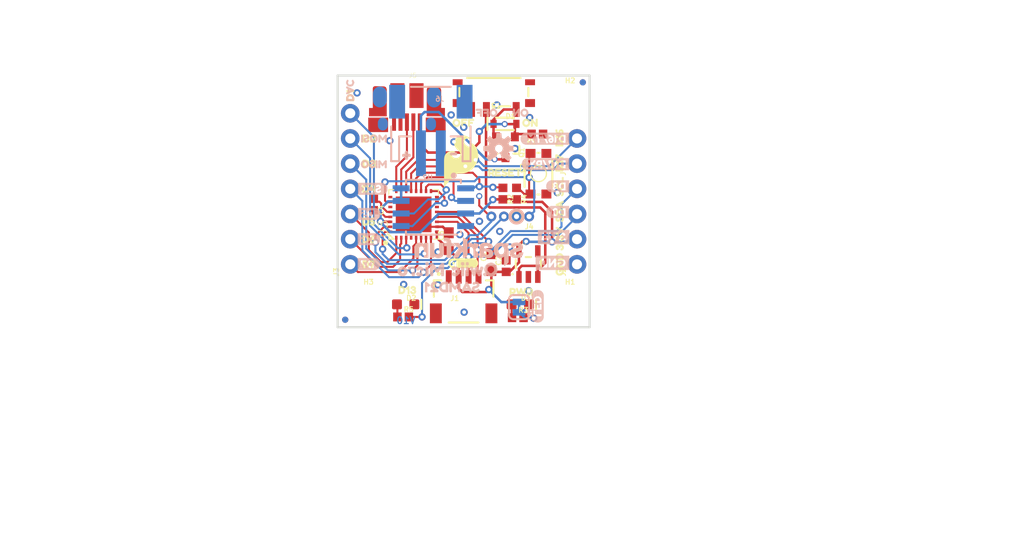
<source format=kicad_pcb>
(kicad_pcb (version 20211014) (generator pcbnew)
  (layers (0 "F.Cu" signal) (1 "In1.Cu" signal) (2 "In2.Cu" signal) (31 "B.Cu" signal) (34 "B.Paste" user) (35 "F.Paste" user) (36 "B.SilkS" user "B.Silkscreen") (37 "F.SilkS" user "F.Silkscreen") (38 "B.Mask" user) (39 "F.Mask" user) (44 "Edge.Cuts" user))
  (net 0 "")
  (net 1 "GND")
  (net 2 "DAC")
  (net 3 "~{RESET}")
  (net 4 "SWDIO")
  (net 5 "SWCLK")
  (net 6 "D+")
  (net 7 "D-")
  (net 8 "SCL")
  (net 9 "SDA")
  (net 10 "RX")
  (net 11 "TX")
  (net 12 "D7")
  (net 13 "3.3V")
  (net 14 "MOSI")
  (net 15 "MISO")
  (net 16 "SCK")
  (net 17 "FLASH_MOSI")
  (net 18 "FLASH_SCK")
  (net 19 "FLASH_MISO")
  (net 20 "VIN")
  (net 21 "D5")
  (net 22 "FLASH_CS")
  (net 23 "VDDCORE")
  (net 24 "D13")
  (net 25 "VIN1")
  (net 26 "V_BATT")
  (net 27 "V_USB")
  (net 28 "N$1")
  (net 29 "N$2")
  (net 30 "N$4")
  (net 31 "D6")
  (footprint "boardEagle:0402" (layer "F.Cu") (at 152.7937 111.5314 90)
    (fp_text reference "C2")
    (fp_text value "1.0uF")
  )
  (footprint "boardEagle:CREATIVE_COMMONS" (layer "F.Cu") (at 122.0851 137.7696)
    (fp_text reference "FRAME1" hide)
    (fp_text value "FRAME-LETTER" hide)
  )
  (footprint "boardEagle:SDA9" (layer "F.Cu") (at 158.1785 107.7722 90)
    (fp_text reference "U$50" hide)
    (fp_text value "" hide)
  )
  (footprint "boardEagle:D12" (layer "F.Cu") (at 137.0711 95.6056 90)
    (fp_text reference "U$6" hide)
    (fp_text value "" hide)
  )
  (footprint "boardEagle:1X04_NO_SILK" (layer "F.Cu") (at 159.9311 111.3536 90)
    (fp_text reference "J2")
    (fp_text value "")
  )
  (footprint "boardEagle:SCL8" (layer "F.Cu") (at 158.1785 105.1814 90)
    (fp_text reference "U$49" hide)
    (fp_text value "" hide)
  )
  (footprint "boardEagle:FIDUCIAL-MICRO" (layer "F.Cu") (at 136.5631 116.9416)
    (fp_text reference "FD2" hide)
    (fp_text value "FIDUCIALUFIDUCIAL" hide)
  )
  (footprint "boardEagle:QFN-32_SAMD" (layer "F.Cu") (at 143.4211 106.2736 90)
    (fp_text reference "U3")
    (fp_text value "ATSAMD21E18A-U")
  )
  (footprint "boardEagle:LED-0603" (layer "F.Cu") (at 154.2161 115.3922)
    (fp_text reference "D3")
    (fp_text value "RED")
  )
  (footprint "boardEagle:D21" (layer "F.Cu") (at 137.5791 98.6536)
    (fp_text reference "U$28" hide)
    (fp_text value "" hide)
  )
  (footprint "boardEagle:D41" (layer "F.Cu") (at 137.5791 103.7336)
    (fp_text reference "U$37" hide)
    (fp_text value "" hide)
  )
  (footprint "boardEagle:0603" (layer "F.Cu") (at 147.0025 109.0168 90)
    (fp_text reference "C3")
    (fp_text value "10uF")
  )
  (footprint "boardEagle:D177" (layer "F.Cu") (at 158.1531 102.7176 90)
    (fp_text reference "U$8" hide)
    (fp_text value "" hide)
  )
  (footprint "boardEagle:0603" (layer "F.Cu") (at 151.2951 111.125 90)
    (fp_text reference "C1")
    (fp_text value "10uF")
  )
  (footprint "boardEagle:SOD-323" (layer "F.Cu") (at 152.6667 97.1804)
    (fp_text reference "D1")
    (fp_text value "1A/23V/620mV")
  )
  (footprint "boardEagle:0402" (layer "F.Cu") (at 142.4051 116.6622)
    (fp_text reference "R5")
    (fp_text value "1K")
  )
  (footprint "boardEagle:3#3V10" (layer "F.Cu") (at 158.1785 110.6424 90)
    (fp_text reference "U$5" hide)
    (fp_text value "" hide)
  )
  (footprint "boardEagle:STAND-OFF" (layer "F.Cu") (at 158.6611 94.8436)
    (fp_text reference "H2")
    (fp_text value "STAND-OFF")
  )
  (footprint "boardEagle:D166" (layer "F.Cu") (at 158.1531 100.1776 90)
    (fp_text reference "U$7" hide)
    (fp_text value "" hide)
  )
  (footprint "boardEagle:TP_15TH" (layer "F.Cu") (at 151.6253 100.7618)
    (fp_text reference "TP2" hide)
    (fp_text value "TEST-POINTTP_15TH_THRU" hide)
  )
  (footprint "boardEagle:0402" (layer "F.Cu") (at 152.4635 104.2162 -90)
    (fp_text reference "R2")
    (fp_text value "10k")
  )
  (footprint "boardEagle:FIDUCIAL-MICRO" (layer "F.Cu") (at 160.5153 92.9894)
    (fp_text reference "FD3" hide)
    (fp_text value "FIDUCIALUFIDUCIAL" hide)
  )
  (footprint "boardEagle:TACTILE_SWITCH_SMD_4.6X2.8MM" (layer "F.Cu") (at 156.0449 102.2096 90)
    (fp_text reference "S2")
    (fp_text value "MOMENTARY-SWITCH-SPST-SMD-4.6X2.8MM")
  )
  (footprint "boardEagle:JST04_1MM_RA" (layer "F.Cu") (at 148.5011 112.6236)
    (fp_text reference "J1")
    (fp_text value "QWIIC_RIGHT_ANGLE")
  )
  (footprint "boardEagle:D136" (layer "F.Cu") (at 141.2113 113.9444)
    (fp_text reference "U$29" hide)
    (fp_text value "" hide)
  )
  (footprint "boardEagle:D52" (layer "F.Cu") (at 137.5918 107.0356)
    (fp_text reference "U$38" hide)
    (fp_text value "" hide)
  )
  (footprint "boardEagle:D75" (layer "F.Cu") (at 137.5791 111.3536)
    (fp_text reference "U$12" hide)
    (fp_text value "" hide)
  )
  (footprint "boardEagle:ON12" (layer "F.Cu") (at 153.7208 97.0661)
    (fp_text reference "U$46" hide)
    (fp_text value "" hide)
  )
  (footprint "boardEagle:D33" (layer "F.Cu") (at 137.5791 101.1936)
    (fp_text reference "U$36" hide)
    (fp_text value "" hide)
  )
  (footprint "boardEagle:SFE_LOGO_FLAME_.2" (layer "F.Cu") (at 148.2471 100.9396)
    (fp_text reference "LOGO2" hide)
    (fp_text value "SFE_LOGO_FLAME.2_INCH" hide)
  )
  (footprint "boardEagle:SOT23-3" (layer "F.Cu") (at 152.7175 99.4918 180)
    (fp_text reference "Q1")
    (fp_text value "3.1A/30V/105mΩ")
  )
  (footprint "boardEagle:RESET0" (layer "F.Cu") (at 150.2537 102.0826)
    (fp_text reference "U$21" hide)
    (fp_text value "" hide)
  )
  (footprint "boardEagle:LED-0603" (layer "F.Cu") (at 142.6591 115.3922)
    (fp_text reference "D2")
    (fp_text value "BLUE")
  )
  (footprint "boardEagle:PWR16" (layer "F.Cu") (at 152.4381 114.1349)
    (fp_text reference "U$47" hide)
    (fp_text value "" hide)
  )
  (footprint "boardEagle:QWIIC_3MM" (layer "F.Cu") (at 148.463 111.2393)
    (fp_text reference "LOGO4" hide)
    (fp_text value "QWIIC_LOGO_3MM" hide)
  )
  (footprint "boardEagle:0402" (layer "F.Cu") (at 155.9306 98.2091 180)
    (fp_text reference "R1")
    (fp_text value "10k")
  )
  (footprint "boardEagle:OFF13" (layer "F.Cu") (at 146.685 97.0788)
    (fp_text reference "U$45" hide)
    (fp_text value "" hide)
  )
  (footprint "boardEagle:1X07_NO_SILK" (layer "F.Cu") (at 137.0711 111.3536 90)
    (fp_text reference "J3")
    (fp_text value "")
  )
  (footprint "boardEagle:1X04_1.27MM_NO_SILK" (layer "F.Cu") (at 155.1051 106.5276 180)
    (fp_text reference "J4")
    (fp_text value "")
  )
  (footprint "boardEagle:SWITCH_SPST_SMD_A" (layer "F.Cu") (at 151.5491 93.98)
    (fp_text reference "S1")
    (fp_text value "")
  )
  (footprint "boardEagle:1X02_NO_SILK" (layer "F.Cu") (at 159.9311 101.1936 90)
    (fp_text reference "J7")
    (fp_text value "")
  )
  (footprint "boardEagle:D65" (layer "F.Cu") (at 137.5791 108.8136)
    (fp_text reference "U$39" hide)
    (fp_text value "" hide)
  )
  (footprint "boardEagle:0402" (layer "F.Cu") (at 153.9621 116.7384)
    (fp_text reference "R3")
    (fp_text value "1K")
  )
  (footprint "boardEagle:STAND-OFF" (layer "F.Cu") (at 138.3411 115.1636)
    (fp_text reference "H3")
    (fp_text value "STAND-OFF")
  )
  (footprint "boardEagle:STAND-OFF" (layer "F.Cu") (at 158.6611 115.1636)
    (fp_text reference "H1")
    (fp_text value "STAND-OFF")
  )
  (footprint "boardEagle:TP_15TH" (layer "F.Cu") (at 150.0759 104.4702)
    (fp_text reference "TP3" hide)
    (fp_text value "TEST-POINTTP_15TH_THRU" hide)
  )
  (footprint "boardEagle:0402" (layer "F.Cu") (at 153.8351 104.2162 -90)
    (fp_text reference "R4")
    (fp_text value "10k")
  )
  (footprint "boardEagle:GND11" (layer "F.Cu") (at 158.1785 113.1824 90)
    (fp_text reference "U$44" hide)
    (fp_text value "" hide)
  )
  (footprint "boardEagle:USB-MICROB-PTH-MILL" (layer "F.Cu") (at 142.7861 97.0026 180)
    (fp_text reference "J5")
    (fp_text value "")
  )
  (footprint "boardEagle:TP_15TH" (layer "F.Cu") (at 152.6413 97.2058)
    (fp_text reference "TP1" hide)
    (fp_text value "TEST-POINTTP_15TH_THRU" hide)
  )
  (footprint "boardEagle:SOT23-5" (layer "F.Cu") (at 155.0289 111.3282)
    (fp_text reference "U1")
    (fp_text value "3.3V")
  )
  (footprint "boardEagle:0402" (layer "F.Cu") (at 139.428218 105.316022 -90)
    (fp_text reference "C4")
    (fp_text value "1.0uF")
  )
  (footprint "boardEagle:D85" (layer "B.Cu") (at 159.4993 103.4796 180)
    (fp_text reference "U$22" hide)
    (fp_text value "" hide)
  )
  (footprint "boardEagle:MISO0" (layer "B.Cu") (at 141.478 101.2444 180)
    (fp_text reference "U$14" hide)
    (fp_text value "" hide)
  )
  (footprint "boardEagle:#23" (layer "B.Cu") (at 149.0091 99.9236 180)
    (fp_text reference "U$3" hide)
    (fp_text value "" hide)
  )
  (footprint "boardEagle:SAMD213" (layer "B.Cu") (at 151.0411 113.6396 180)
    (fp_text reference "U$15" hide)
    (fp_text value "" hide)
  )
  (footprint "boardEagle:ON12" (layer "B.Cu") (at 155.7274 96.0501 180)
    (fp_text reference "U$18" hide)
    (fp_text value "" hide)
  )
  (footprint "boardEagle:DAC1" (layer "B.Cu") (at 137.0711 95.6056 90)
    (fp_text reference "U$13" hide)
    (fp_text value "" hide)
  )
  (footprint "boardEagle:JST-2-SMD" (layer "B.Cu") (at 145.1991 96.4438 180)
    (fp_text reference "J6")
    (fp_text value "")
  )
  (footprint "boardEagle:SOIC-8" (layer "B.Cu") (at 145.4531 105.5878 -90)
    (fp_text reference "U2")
    (fp_text value "W25Q32FV")
  )
  (footprint "boardEagle:QWIIC2" (layer "B.Cu") (at 153.0731 111.8616 180)
    (fp_text reference "U$10" hide)
    (fp_text value "" hide)
  )
  (footprint "boardEagle:SMT-JUMPER_2_NC_TRACE_SILK" (layer "B.Cu") (at 154.0891 115.6716 90)
    (fp_text reference "JP1")
    (fp_text value "LED")
  )
  (footprint "boardEagle:OFF13" (layer "B.Cu") (at 152.6032 96.0628 180)
    (fp_text reference "U$19" hide)
    (fp_text value "" hide)
  )
  (footprint "boardEagle:D17#RX3" (layer "B.Cu") (at 159.4993 101.2444 180)
    (fp_text reference "U$11" hide)
    (fp_text value "" hide)
  )
  (footprint "boardEagle:3V3-03" (layer "B.Cu") (at 159.6263 108.6104 180)
    (fp_text reference "U$17" hide)
    (fp_text value "" hide)
  )
  (footprint "boardEagle:D61" (layer "B.Cu") (at 140.1699 108.8136 180)
    (fp_text reference "U$26" hide)
    (fp_text value "" hide)
  )
  (footprint "boardEagle:SFE_LOGO_NAME_.1" (layer "B.Cu") (at 149.0091 110.0836 180)
    (fp_text reference "LOGO1" hide)
    (fp_text value "SFE_LOGO_NAME.1_INCH" hide)
  )
  (footprint "boardEagle:D50" (layer "B.Cu") (at 140.1699 106.2736 180)
    (fp_text reference "U$25" hide)
    (fp_text value "" hide)
  )
  (footprint "boardEagle:FIDUCIAL-MICRO" (layer "B.Cu") (at 136.5631 116.9416 180)
    (fp_text reference "FD4" hide)
    (fp_text value "FIDUCIALUFIDUCIAL" hide)
  )
  (footprint "boardEagle:FIDUCIAL-MICRO" (layer "B.Cu") (at 160.5153 92.9894 180)
    (fp_text reference "FD1" hide)
    (fp_text value "FIDUCIALUFIDUCIAL" hide)
  )
  (footprint "boardEagle:D00" (layer "B.Cu") (at 159.5247 106.0704 180)
    (fp_text reference "U$1" hide)
    (fp_text value "" hide)
  )
  (footprint "boardEagle:OSHW-LOGO-S" (layer "B.Cu") (at 152.0571 99.6696 180)
    (fp_text reference "LOGO3" hide)
    (fp_text value "OSHW-LOGOS" hide)
  )
  (footprint "boardEagle:MICRO2" (layer "B.Cu") (at 147.7391 111.8616 180)
    (fp_text reference "U$23" hide)
    (fp_text value "" hide)
  )
  (footprint "boardEagle:D72" (layer "B.Cu") (at 140.1699 111.3282 180)
    (fp_text reference "U$27" hide)
    (fp_text value "" hide)
  )
  (footprint "boardEagle:LED1" (layer "B.Cu") (at 155.9687 117.3099 90)
    (fp_text reference "U$24" hide)
    (fp_text value "" hide)
  )
  (footprint "boardEagle:#24" (layer "B.Cu") (at 144.3101 100.1776 180)
    (fp_text reference "U$4" hide)
    (fp_text value "" hide)
  )
  (footprint "boardEagle:D16#TX4" (layer "B.Cu") (at 159.4993 98.679 180)
    (fp_text reference "U$9" hide)
    (fp_text value "" hide)
  )
  (footprint "boardEagle:MOSI2" (layer "B.Cu") (at 141.4907 98.6536 180)
    (fp_text reference "U$16" hide)
    (fp_text value "" hide)
  )
  (footprint "boardEagle:SCK7" (layer "B.Cu") (at 141.0335 103.7336 180)
    (fp_text reference "U$20" hide)
    (fp_text value "" hide)
  )
  (footprint "boardEagle:GND-03" (layer "B.Cu") (at 159.5755 111.2012 180)
    (fp_text reference "U$2" hide)
    (fp_text value "" hide)
  )
  (gr_circle (center 153.8351 106.5276) (end 154.4955 106.5276) (layer "B.SilkS") (width 0.3048) (fill none))
  (gr_circle (center 153.8351 106.5276) (end 154.478175 106.5276) (layer "F.SilkS") (width 0.3048) (fill none))
  (gr_line (start 135.8011 92.3036) (end 135.8011 117.7036) (layer "Edge.Cuts") (width 0.2032))
  (gr_line (start 161.2011 117.7036) (end 161.2011 92.3036) (layer "Edge.Cuts") (width 0.2032))
  (gr_line (start 161.2011 92.3036) (end 135.8011 92.3036) (layer "Edge.Cuts") (width 0.2032))
  (gr_line (start 135.8011 117.7036) (end 161.2011 117.7036) (layer "Edge.Cuts") (width 0.2032))
  (gr_text "V10" (at 143.7259 117.4242) (layer "B.Cu") (effects (font (size 0.69088 0.69088) (thickness 0.12192)) (justify left bottom mirror)))
  (segment (start 139.726278 105.034082) (end 140.014959 105.034082) (width 0.2032) (layer "F.Cu") (net 1))
  (segment (start 141.1111 106.0636) (end 140.7854 106.0636) (width 0.2032) (layer "F.Cu") (net 1))
  (segment (start 146.3993 107.5636) (end 145.8111 107.5636) (width 0.254) (layer "F.Cu") (net 1))
  (segment (start 142.1471 106.3136) (end 141.8971 106.0636) (width 0.2032) (layer "F.Cu") (net 1))
  (segment (start 143.4611 106.3136) (end 142.1471 106.3136) (width 0.2032) (layer "F.Cu") (net 1))
  (segment (start 139.428218 104.736022) (end 139.726278 105.034082) (width 0.254) (layer "F.Cu") (net 1))
  (segment (start 143.4611 106.3136) (end 143.9491 106.3136) (width 0.2032) (layer "F.Cu") (net 1))
  (segment (start 145.1991 107.5636) (end 145.8111 107.5636) (width 0.2032) (layer "F.Cu") (net 1))
  (segment (start 140.7854 106.0636) (end 140.190218 105.468419) (width 0.2032) (layer "F.Cu") (net 1))
  (segment (start 141.8971 106.0636) (end 141.1111 106.0636) (width 0.2032) (layer "F.Cu") (net 1))
  (segment (start 140.014959 105.034082) (end 140.190218 105.209341) (width 0.2032) (layer "F.Cu") (net 1))
  (segment (start 143.9491 106.3136) (end 145.1991 107.5636) (width 0.2032) (layer "F.Cu") (net 1))
  (segment (start 140.190218 105.209341) (end 140.190218 105.468419) (width 0.2032) (layer "F.Cu") (net 1))
  (segment (start 147.0025 108.1668) (end 146.3993 107.5636) (width 0.254) (layer "F.Cu") (net 1))
  (via (at 141.0589 98.8822) (size 0.7366) (drill 0.381) (layers "F.Cu" "B.Cu") (net 1))
  (via (at 155.067 114.0206) (size 0.7366) (drill 0.381) (layers "F.Cu" "B.Cu") (net 1))
  (via (at 148.5138 97.5233) (size 0.7366) (drill 0.381) (layers "F.Cu" "B.Cu") (net 1))
  (via (at 153.6954 99.6696) (size 0.7366) (drill 0.381) (layers "F.Cu" "B.Cu") (net 1))
  (via (at 148.5519 116.1796) (size 0.7366) (drill 0.381) (layers "F.Cu" "B.Cu") (net 1))
  (via (at 157.9499 104.1146) (size 0.7366) (drill 0.381) (layers "F.Cu" "B.Cu") (net 1))
  (via (at 147.2438 96.2787) (size 0.7366) (drill 0.381) (layers "F.Cu" "B.Cu") (net 1))
  (via (at 147.5232 98.9965) (size 0.7366) (drill 0.381) (layers "F.Cu" "B.Cu") (net 1))
  (via (at 151.8539 95.2754) (size 0.7366) (drill 0.381) (layers "F.Cu" "B.Cu") (net 1))
  (via (at 137.7569 94.0562) (size 0.7366) (drill 0.381) (layers "F.Cu" "B.Cu") (net 1))
  (via (at 150.1013 107.0102) (size 0.7366) (drill 0.381) (layers "F.Cu" "B.Cu") (net 1))
  (via (at 142.4559 113.3856) (size 0.7366) (drill 0.381) (layers "F.Cu" "B.Cu") (net 1))
  (via (at 152.146 108.0262) (size 0.7366) (drill 0.381) (layers "F.Cu" "B.Cu") (net 1))
  (via (at 145.9103 113.411) (size 0.7366) (drill 0.381) (layers "F.Cu" "B.Cu") (net 1))
  (via (at 148.1201 108.3564) (size 0.7366) (drill 0.381) (layers "F.Cu" "B.Cu") (net 1))
  (via (at 155.1559 96.5454) (size 0.7366) (drill 0.381) (layers "F.Cu" "B.Cu") (net 1))
  (via (at 145.9103 110.109) (size 0.7366) (drill 0.381) (layers "F.Cu" "B.Cu") (net 1))
  (via (at 153.1366 109.601) (size 0.7366) (drill 0.381) (layers "F.Cu" "B.Cu") (net 1))
  (segment (start 142.7734 109.6899) (end 142.7111 109.6276) (width 0.2032) (layer "F.Cu") (net 2))
  (segment (start 142.7111 108.6636) (end 142.7111 109.6276) (width 0.2032) (layer "F.Cu") (net 2))
  (via (at 142.7734 109.6899) (size 0.7366) (drill 0.381) (layers "F.Cu" "B.Cu") (net 2))
  (segment (start 142.748 109.7153) (end 142.7734 109.6899) (width 0.2032) (layer "B.Cu") (net 2))
  (segment (start 139.4587 98.5012) (end 137.0711 96.1136) (width 0.2032) (layer "B.Cu") (net 2))
  (segment (start 141.873287 109.7153) (end 142.748 109.7153) (width 0.2032) (layer "B.Cu") (net 2))
  (segment (start 139.4587 107.300713) (end 139.4587 98.5012) (width 0.2032) (layer "B.Cu") (net 2))
  (segment (start 139.4587 107.300713) (end 141.873287 109.7153) (width 0.2032) (layer "B.Cu") (net 2))
  (segment (start 154.2659 103.9156) (end 154.1145 103.9156) (width 0.2032) (layer "F.Cu") (net 3))
  (segment (start 140.5763 104.9274) (end 140.7125 105.0636) (width 0.2032) (layer "F.Cu") (net 3))
  (segment (start 154.6099 104.2596) (end 155.2449 104.2596) (width 0.2032) (layer "F.Cu") (net 3))
  (segment (start 155.1051 102.5906) (end 155.1051 104.1198) (width 0.2032) (layer "F.Cu") (net 3))
  (segment (start 155.1051 100.2994) (end 155.2449 100.1596) (width 0.2032) (layer "F.Cu") (net 3))
  (segment (start 140.5763 104.9274) (end 140.5763 103.0478) (width 0.2032) (layer "F.Cu") (net 3))
  (segment (start 140.7125 105.0636) (end 141.1111 105.0636) (width 0.2032) (layer "F.Cu") (net 3))
  (segment (start 155.1051 102.5906) (end 155.1051 100.2994) (width 0.2032) (layer "F.Cu") (net 3))
  (segment (start 155.1051 104.1198) (end 155.2449 104.2596) (width 0.2032) (layer "F.Cu") (net 3))
  (segment (start 154.6099 104.2596) (end 154.2659 103.9156) (width 0.2032) (layer "F.Cu") (net 3))
  (segment (start 153.8351 103.6362) (end 154.1145 103.9156) (width 0.2032) (layer "F.Cu") (net 3))
  (via (at 155.1051 102.5906) (size 0.7366) (drill 0.381) (layers "F.Cu" "B.Cu") (net 3))
  (via (at 140.5763 103.0478) (size 0.7366) (drill 0.381) (layers "F.Cu" "B.Cu") (net 3))
  (segment (start 149.606 102.9716) (end 150.0251 102.5525) (width 0.2032) (layer "B.Cu") (net 3))
  (segment (start 155.1051 102.5906) (end 155.067 102.5525) (width 0.2032) (layer "B.Cu") (net 3))
  (segment (start 155.2575 102.5906) (end 155.1051 102.5906) (width 0.2032) (layer "B.Cu") (net 3))
  (segment (start 155.1051 106.5276) (end 155.6131 106.0196) (width 0.2032) (layer "B.Cu") (net 3))
  (segment (start 155.6131 106.0196) (end 155.6131 102.9462) (width 0.2032) (layer "B.Cu") (net 3))
  (segment (start 155.067 102.5525) (end 150.0251 102.5525) (width 0.2032) (layer "B.Cu") (net 3))
  (segment (start 140.6525 102.9716) (end 149.606 102.9716) (width 0.2032) (layer "B.Cu") (net 3))
  (segment (start 155.6131 102.9462) (end 155.2575 102.5906) (width 0.2032) (layer "B.Cu") (net 3))
  (segment (start 140.5763 103.0478) (end 140.6525 102.9716) (width 0.2032) (layer "B.Cu") (net 3))
  (segment (start 140.335 108.3437) (end 140.6151 108.0636) (width 0.2032) (layer "F.Cu") (net 4))
  (segment (start 140.6151 108.0636) (end 141.1111 108.0636) (width 0.2032) (layer "F.Cu") (net 4))
  (segment (start 151.2951 106.5276) (end 151.1808 106.5276) (width 0.2032) (layer "F.Cu") (net 4))
  (segment (start 151.1808 106.5276) (end 150.0759 105.4227) (width 0.2032) (layer "F.Cu") (net 4))
  (segment (start 140.335 108.3437) (end 140.335 109.8169) (width 0.2032) (layer "F.Cu") (net 4))
  (segment (start 150.0759 104.4702) (end 150.0759 105.4227) (width 0.2032) (layer "F.Cu") (net 4))
  (via (at 140.335 109.8169) (size 0.7366) (drill 0.381) (layers "F.Cu" "B.Cu") (net 4))
  (segment (start 149.9235 108.4072) (end 149.1234 108.4072) (width 0.2032) (layer "B.Cu") (net 4))
  (segment (start 140.9573 110.9218) (end 146.6088 110.9218) (width 0.2032) (layer "B.Cu") (net 4))
  (segment (start 151.2951 107.0356) (end 151.2951 106.5276) (width 0.2032) (layer "B.Cu") (net 4))
  (segment (start 149.9235 108.4072) (end 151.2951 107.0356) (width 0.2032) (layer "B.Cu") (net 4))
  (segment (start 140.335 110.2995) (end 140.9573 110.9218) (width 0.2032) (layer "B.Cu") (net 4))
  (segment (start 149.1234 108.4072) (end 146.6088 110.9218) (width 0.2032) (layer "B.Cu") (net 4))
  (segment (start 140.335 109.8169) (end 140.335 110.2995) (width 0.2032) (layer "B.Cu") (net 4))
  (segment (start 139.6111 108.4326) (end 140.4801 107.5636) (width 0.2032) (layer "F.Cu") (net 5))
  (segment (start 139.6111 108.4326) (end 139.6111 109.1438) (width 0.2032) (layer "F.Cu") (net 5))
  (segment (start 140.4801 107.5636) (end 141.1111 107.5636) (width 0.2032) (layer "F.Cu") (net 5))
  (via (at 139.6111 109.1438) (size 0.7366) (drill 0.381) (layers "F.Cu" "B.Cu") (net 5))
  (segment (start 150.3045 108.7882) (end 152.5651 106.5276) (width 0.2032) (layer "B.Cu") (net 5))
  (segment (start 149.2885 108.7882) (end 150.3045 108.7882) (width 0.2032) (layer "B.Cu") (net 5))
  (segment (start 140.7795 111.3028) (end 146.7739 111.3028) (width 0.2032) (layer "B.Cu") (net 5))
  (segment (start 139.6111 110.1344) (end 140.7795 111.3028) (width 0.2032) (layer "B.Cu") (net 5))
  (segment (start 139.6111 109.1438) (end 139.6111 110.1344) (width 0.2032) (layer "B.Cu") (net 5))
  (segment (start 146.7739 111.3028) (end 149.2885 108.7882) (width 0.2032) (layer "B.Cu") (net 5))
  (segment (start 141.7111 101.5066) (end 141.7111 103.9636) (width 0.2032) (layer "F.Cu") (net 6))
  (segment (start 142.7861 100.4316) (end 142.7861 97.0026) (width 0.2032) (layer "F.Cu") (net 6))
  (segment (start 141.7111 101.5066) (end 142.7861 100.4316) (width 0.2032) (layer "F.Cu") (net 6))
  (segment (start 143.4361 97.0026) (end 143.4361 100.5586) (width 0.2032) (layer "F.Cu") (net 7))
  (segment (start 143.4361 100.5586) (end 142.2111 101.7836) (width 0.2032) (layer "F.Cu") (net 7))
  (segment (start 142.2111 101.7836) (end 142.2111 103.9636) (width 0.2032) (layer "F.Cu") (net 7))
  (segment (start 149.9108 112.5333) (end 149.9108 109.8931) (width 0.2032) (layer "F.Cu") (net 8))
  (segment (start 149.9108 108.5469) (end 147.9275 106.5636) (width 0.2032) (layer "F.Cu") (net 8))
  (segment (start 150.0011 112.6236) (end 149.9108 112.5333) (width 0.2032) (layer "F.Cu") (net 8))
  (segment (start 147.9275 106.5636) (end 145.8111 106.5636) (width 0.2032) (layer "F.Cu") (net 8))
  (segment (start 149.9108 109.8931) (end 149.9108 108.5469) (width 0.2032) (layer "F.Cu") (net 8))
  (via (at 149.9108 109.8931) (size 0.7366) (drill 0.381) (layers "F.Cu" "B.Cu") (net 8))
  (segment (start 158.369 105.2957) (end 159.9311 103.7336) (width 0.2032) (layer "B.Cu") (net 8))
  (segment (start 153.2509 108.0008) (end 157.9118 108.0008) (width 0.2032) (layer "B.Cu") (net 8))
  (segment (start 149.9108 109.8931) (end 151.3586 109.8931) (width 0.2032) (layer "B.Cu") (net 8))
  (segment (start 158.369 107.5436) (end 158.369 105.2957) (width 0.2032) (layer "B.Cu") (net 8))
  (segment (start 151.3586 109.8931) (end 153.2509 108.0008) (width 0.2032) (layer "B.Cu") (net 8))
  (segment (start 158.369 107.5436) (end 157.9118 108.0008) (width 0.2032) (layer "B.Cu") (net 8))
  (segment (start 149.0011 108.196) (end 147.8687 107.0636) (width 0.2032) (layer "F.Cu") (net 9))
  (segment (start 149.0011 108.196) (end 149.0011 110.5916) (width 0.2032) (layer "F.Cu") (net 9))
  (segment (start 147.8687 107.0636) (end 145.8111 107.0636) (width 0.2032) (layer "F.Cu") (net 9))
  (segment (start 149.0011 112.6236) (end 149.0011 110.5916) (width 0.2032) (layer "F.Cu") (net 9))
  (via (at 149.0011 110.5916) (size 0.7366) (drill 0.381) (layers "F.Cu" "B.Cu") (net 9))
  (segment (start 149.0011 110.5916) (end 151.2189 110.5916) (width 0.2032) (layer "B.Cu") (net 9))
  (segment (start 153.4287 108.3818) (end 158.0769 108.3818) (width 0.2032) (layer "B.Cu") (net 9))
  (segment (start 151.2189 110.5916) (end 153.4287 108.3818) (width 0.2032) (layer "B.Cu") (net 9))
  (segment (start 159.9311 106.2736) (end 159.9311 106.5276) (width 0.2032) (layer "B.Cu") (net 9))
  (segment (start 158.0769 108.3818) (end 159.9311 106.5276) (width 0.2032) (layer "B.Cu") (net 9))
  (segment (start 143.9037 100.8126) (end 142.7111 102.0052) (width 0.2032) (layer "F.Cu") (net 10))
  (segment (start 143.9037 100.8126) (end 149.7076 100.8126) (width 0.2032) (layer "F.Cu") (net 10))
  (segment (start 142.7111 102.0052) (end 142.7111 103.9636) (width 0.2032) (layer "F.Cu") (net 10))
  (via (at 149.7076 100.8126) (size 0.7366) (drill 0.381) (layers "F.Cu" "B.Cu") (net 10))
  (segment (start 150.5585 101.4476) (end 157.1371 101.4476) (width 0.2032) (layer "B.Cu") (net 10))
  (segment (start 149.7076 100.8126) (end 149.9235 100.8126) (width 0.2032) (layer "B.Cu") (net 10))
  (segment (start 157.1371 101.4476) (end 159.9311 98.6536) (width 0.2032) (layer "B.Cu") (net 10))
  (segment (start 150.5585 101.4476) (end 149.9235 100.8126) (width 0.2032) (layer "B.Cu") (net 10))
  (segment (start 148.6662 101.473) (end 148.6789 101.4603) (width 0.2032) (layer "F.Cu") (net 11))
  (segment (start 143.2111 102.191) (end 143.2111 103.9636) (width 0.2032) (layer "F.Cu") (net 11))
  (segment (start 143.9291 101.473) (end 143.2111 102.191) (width 0.2032) (layer "F.Cu") (net 11))
  (segment (start 143.9291 101.473) (end 148.6662 101.473) (width 0.2032) (layer "F.Cu") (net 11))
  (via (at 148.6789 101.4603) (size 0.7366) (drill 0.381) (layers "F.Cu" "B.Cu") (net 11))
  (segment (start 150.0124 101.4603) (end 148.6789 101.4603) (width 0.2032) (layer "B.Cu") (net 11))
  (segment (start 150.3934 101.8413) (end 150.0124 101.4603) (width 0.2032) (layer "B.Cu") (net 11))
  (segment (start 159.9311 101.1936) (end 158.1531 101.1936) (width 0.2032) (layer "B.Cu") (net 11))
  (segment (start 157.5054 101.8413) (end 150.3934 101.8413) (width 0.2032) (layer "B.Cu") (net 11))
  (segment (start 158.1531 101.1936) (end 157.5054 101.8413) (width 0.2032) (layer "B.Cu") (net 11))
  (segment (start 143.7111 109.2475) (end 143.7111 108.6636) (width 0.2032) (layer "F.Cu") (net 12))
  (segment (start 143.4338 110.7694) (end 142.0749 112.1283) (width 0.2032) (layer "F.Cu") (net 12))
  (segment (start 143.4338 109.5248) (end 143.7111 109.2475) (width 0.2032) (layer "F.Cu") (net 12))
  (segment (start 137.8458 112.1283) (end 137.0711 111.3536) (width 0.2032) (layer "F.Cu") (net 12))
  (segment (start 143.4338 109.5248) (end 143.4338 110.7694) (width 0.2032) (layer "F.Cu") (net 12))
  (segment (start 142.0749 112.1283) (end 137.8458 112.1283) (width 0.2032) (layer "F.Cu") (net 12))
  (segment (start 152.7937 112.1114) (end 153.1281 112.1114) (width 0.254) (layer "F.Cu") (net 13))
  (segment (start 145.8111 108.0636) (end 145.8111 108.6754) (width 0.254) (layer "F.Cu") (net 13))
  (segment (start 153.1281 112.1114) (end 154.0789 111.1606) (width 0.254) (layer "F.Cu") (net 13))
  (segment (start 140.4721 107.0636) (end 141.1111 107.0636) (width 0.254) (layer "F.Cu") (net 13))
  (segment (start 148.0011 110.8654) (end 147.0025 109.8668) (width 0.254) (layer "F.Cu") (net 13))
  (segment (start 151.2951 113.6396) (end 151.0411 113.8936) (width 0.254) (layer "F.Cu") (net 13))
  (segment (start 152.7937 112.1114) (end 151.4315 112.1114) (width 0.254) (layer "F.Cu") (net 13))
  (segment (start 154.0789 111.1606) (end 154.0789 110.0281) (width 0.254) (layer "F.Cu") (net 13))
  (segment (start 148.0011 112.6236) (end 148.0011 110.8654) (width 0.254) (layer "F.Cu") (net 13))
  (segment (start 157.4165 106.045) (end 157.4165 109.0803) (width 0.254) (layer "F.Cu") (net 13))
  (segment (start 153.8351 104.7962) (end 152.4635 104.7962) (width 0.254) (layer "F.Cu") (net 13))
  (segment (start 156.4259 105.0544) (end 157.4165 106.045) (width 0.254) (layer "F.Cu") (net 13))
  (segment (start 148.0011 112.6236) (end 148.0011 113.7746) (width 0.254) (layer "F.Cu") (net 13))
  (segment (start 148.0011 113.7746) (end 148.3741 114.1476) (width 0.254) (layer "F.Cu") (net 13))
  (segment (start 156.4259 105.0544) (end 154.0933 105.0544) (width 0.254) (layer "F.Cu") (net 13))
  (segment (start 154.0933 105.0544) (end 153.8351 104.7962) (width 0.254) (layer "F.Cu") (net 13))
  (segment (start 150.7871 114.1476) (end 151.0411 113.8936) (width 0.254) (layer "F.Cu") (net 13))
  (segment (start 154.4447 109.0422) (end 154.0789 109.408) (width 0.254) (layer "F.Cu") (net 13))
  (segment (start 154.0789 109.408) (end 154.0789 110.0281) (width 0.254) (layer "F.Cu") (net 13))
  (segment (start 152.4635 104.7962) (end 151.4771 104.7962) (width 0.254) (layer "F.Cu") (net 13))
  (segment (start 148.3741 114.1476) (end 150.7871 114.1476) (width 0.254) (layer "F.Cu") (net 13))
  (segment (start 140.4187 107.0102) (end 140.4721 107.0636) (width 0.254) (layer "F.Cu") (net 13))
  (segment (start 140.4187 107.0102) (end 140.1191 107.0102) (width 0.254) (layer "F.Cu") (net 13))
  (segment (start 151.4475 104.8258) (end 151.4771 104.7962) (width 0.254) (layer "F.Cu") (net 13))
  (segment (start 151.2951 111.975) (end 151.2951 113.6396) (width 0.254) (layer "F.Cu") (net 13))
  (segment (start 154.8003 109.0422) (end 154.4447 109.0422) (width 0.254) (layer "F.Cu") (net 13))
  (segment (start 145.8111 108.6754) (end 147.0025 109.8668) (width 0.254) (layer "F.Cu") (net 13))
  (segment (start 151.2951 111.975) (end 151.4315 112.1114) (width 0.254) (layer "F.Cu") (net 13))
  (via (at 151.4475 104.8258) (size 0.7366) (drill 0.381) (layers "F.Cu" "B.Cu") (net 13))
  (via (at 157.4165 109.0803) (size 0.7366) (drill 0.381) (layers "F.Cu" "B.Cu") (net 13))
  (via (at 151.0411 113.8936) (size 0.7366) (drill 0.381) (layers "F.Cu" "B.Cu") (net 13))
  (via (at 140.1191 107.0102) (size 0.7366) (drill 0.381) (layers "F.Cu" "B.Cu") (net 13))
  (via (at 154.8003 109.0422) (size 0.7366) (drill 0.381) (layers "F.Cu" "B.Cu") (net 13))
  (segment (start 142.2019 104.9528) (end 142.1511 105.0036) (width 0.2032) (layer "B.Cu") (net 13))
  (segment (start 157.4165 109.0803) (end 158.9024 109.0803) (width 0.254) (layer "B.Cu") (net 13))
  (segment (start 154.8003 109.0422) (end 154.8384 109.0803) (width 0.254) (layer "B.Cu") (net 13))
  (segment (start 158.9024 109.0803) (end 159.1691 108.8136) (width 0.254) (layer "B.Cu") (net 13))
  (segment (start 159.1691 108.8136) (end 159.9311 108.8136) (width 0.254) (layer "B.Cu") (net 13))
  (segment (start 145.9611 106.2736) (end 144.1323 108.1024) (width 0.254) (layer "B.Cu") (net 13))
  (segment (start 141.8209 105.0036) (end 140.8811 105.0036) (width 0.254) (layer "B.Cu") (net 13))
  (segment (start 140.1191 107.1118) (end 140.1191 107.0102) (width 0.254) (layer "B.Cu") (net 13))
  (segment (start 151.0411 113.8936) (end 152.3111 115.1636) (width 0.254) (layer "B.Cu") (net 13))
  (segment (start 157.4165 109.0803) (end 154.8384 109.0803) (width 0.254) (layer "B.Cu") (net 13))
  (segment (start 150.1013 106.2228) (end 151.4475 104.8766) (width 0.254) (layer "B.Cu") (net 13))
  (segment (start 148.6535 106.2736) (end 145.9611 106.2736) (width 0.254) (layer "B.Cu") (net 13))
  (segment (start 151.4475 104.8766) (end 151.4475 104.8258) (width 0.254) (layer "B.Cu") (net 13))
  (segment (start 140.8811 105.0036) (end 140.1191 105.7656) (width 0.254) (layer "B.Cu") (net 13))
  (segment (start 148.7043 106.2228) (end 148.6535 106.2736) (width 0.254) (layer "B.Cu") (net 13))
  (segment (start 152.3111 115.1636) (end 154.0891 115.1509) (width 0.254) (layer "B.Cu") (net 13))
  (segment (start 140.1191 105.7656) (end 140.1191 107.0102) (width 0.254) (layer "B.Cu") (net 13))
  (segment (start 142.1511 105.0036) (end 141.8209 105.0036) (width 0.2032) (layer "B.Cu") (net 13))
  (segment (start 141.1097 108.1024) (end 140.1191 107.1118) (width 0.254) (layer "B.Cu") (net 13))
  (segment (start 144.1323 108.1024) (end 141.1097 108.1024) (width 0.254) (layer "B.Cu") (net 13))
  (segment (start 142.2019 104.9528) (end 142.2019 103.6828) (width 0.254) (layer "B.Cu") (net 13))
  (segment (start 148.7043 106.2228) (end 150.1013 106.2228) (width 0.254) (layer "B.Cu") (net 13))
  (segment (start 144.5387 110.2741) (end 144.7111 110.1017) (width 0.2032) (layer "F.Cu") (net 14))
  (segment (start 144.7111 110.1017) (end 144.7111 108.6636) (width 0.2032) (layer "F.Cu") (net 14))
  (via (at 144.5387 110.2741) (size 0.7366) (drill 0.381) (layers "F.Cu" "B.Cu") (net 14))
  (segment (start 144.5387 110.2741) (end 144.4625 110.3503) (width 0.2032) (layer "B.Cu") (net 14))
  (segment (start 139.0777 107.4674) (end 141.9606 110.3503) (width 0.2032) (layer "B.Cu") (net 14))
  (segment (start 144.4625 110.3503) (end 141.9606 110.3503) (width 0.2032) (layer "B.Cu") (net 14))
  (segment (start 137.0711 98.6536) (end 139.0777 100.6602) (width 0.2032) (layer "B.Cu") (net 14))
  (segment (start 139.0777 100.6602) (end 139.0777 107.4674) (width 0.2032) (layer "B.Cu") (net 14))
  (segment (start 144.2111 109.2936) (end 144.2111 108.6636) (width 0.2032) (layer "F.Cu") (net 15))
  (segment (start 143.8402 109.6645) (end 144.2111 109.2936) (width 0.2032) (layer "F.Cu") (net 15))
  (segment (start 143.8402 109.6645) (end 143.8402 111.4679) (width 0.2032) (layer "F.Cu") (net 15))
  (segment (start 143.8402 111.4679) (end 143.3449 111.9632) (width 0.2032) (layer "F.Cu") (net 15))
  (via (at 143.3449 111.9632) (size 0.7366) (drill 0.381) (layers "F.Cu" "B.Cu") (net 15))
  (segment (start 138.684 109.7661) (end 140.8811 111.9632) (width 0.2032) (layer "B.Cu") (net 15))
  (segment (start 138.684 102.8065) (end 137.0711 101.1936) (width 0.2032) (layer "B.Cu") (net 15))
  (segment (start 138.684 109.7661) (end 138.684 102.8065) (width 0.2032) (layer "B.Cu") (net 15))
  (segment (start 140.8811 111.9632) (end 143.3449 111.9632) (width 0.2032) (layer "B.Cu") (net 15))
  (segment (start 145.2111 111.4051) (end 145.2111 108.6636) (width 0.2032) (layer "F.Cu") (net 16))
  (segment (start 144.4625 112.1537) (end 145.2111 111.4051) (width 0.2032) (layer "F.Cu") (net 16))
  (via (at 144.4625 112.1537) (size 0.7366) (drill 0.381) (layers "F.Cu" "B.Cu") (net 16))
  (segment (start 144.4625 112.1537) (end 143.9672 112.649) (width 0.2032) (layer "B.Cu") (net 16))
  (segment (start 138.2903 104.9528) (end 137.0711 103.7336) (width 0.2032) (layer "B.Cu") (net 16))
  (segment (start 138.2903 109.9566) (end 138.2903 104.9528) (width 0.2032) (layer "B.Cu") (net 16))
  (segment (start 140.9827 112.649) (end 138.2903 109.9566) (width 0.2032) (layer "B.Cu") (net 16))
  (segment (start 143.9672 112.649) (end 140.9827 112.649) (width 0.2032) (layer "B.Cu") (net 16))
  (segment (start 146.5707 105.1814) (end 146.5707 104.5972) (width 0.2032) (layer "F.Cu") (net 17))
  (segment (start 146.5707 104.5972) (end 145.9371 103.9636) (width 0.2032) (layer "F.Cu") (net 17))
  (segment (start 145.9371 103.9636) (end 145.2111 103.9636) (width 0.2032) (layer "F.Cu") (net 17))
  (via (at 146.5707 105.1814) (size 0.7366) (drill 0.381) (layers "F.Cu" "B.Cu") (net 17))
  (segment (start 143.3449 107.4928) (end 142.2019 107.4928) (width 0.2032) (layer "B.Cu") (net 17))
  (segment (start 146.5707 105.1814) (end 145.6563 105.1814) (width 0.2032) (layer "B.Cu") (net 17))
  (segment (start 145.6563 105.1814) (end 143.3449 107.4928) (width 0.2032) (layer "B.Cu") (net 17))
  (segment (start 144.9705 103.3018) (end 146.2151 103.3018) (width 0.2032) (layer "F.Cu") (net 18))
  (segment (start 144.7111 103.5612) (end 144.7111 103.9636) (width 0.2032) (layer "F.Cu") (net 18))
  (segment (start 144.9705 103.3018) (end 144.7111 103.5612) (width 0.2032) (layer "F.Cu") (net 18))
  (segment (start 146.2151 103.3018) (end 146.7485 103.8352) (width 0.2032) (layer "F.Cu") (net 18))
  (via (at 146.7485 103.8352) (size 0.7366) (drill 0.381) (layers "F.Cu" "B.Cu") (net 18))
  (segment (start 144.9197 104.8004) (end 143.4973 106.2228) (width 0.2032) (layer "B.Cu") (net 18))
  (segment (start 146.7485 104.0384) (end 146.7485 103.8352) (width 0.2032) (layer "B.Cu") (net 18))
  (segment (start 145.9865 104.8004) (end 146.7485 104.0384) (width 0.2032) (layer "B.Cu") (net 18))
  (segment (start 143.4973 106.2228) (end 142.2019 106.2228) (width 0.2032) (layer "B.Cu") (net 18))
  (segment (start 145.9865 104.8004) (end 144.9197 104.8004) (width 0.2032) (layer "B.Cu") (net 18))
  (segment (start 147.4851 103.0732) (end 147.4851 104.394) (width 0.2032) (layer "F.Cu") (net 19))
  (segment (start 146.9771 102.5652) (end 147.4851 103.0732) (width 0.2032) (layer "F.Cu") (net 19))
  (segment (start 144.2111 103.9636) (end 144.2111 103.1976) (width 0.2032) (layer "F.Cu") (net 19))
  (segment (start 144.2111 103.1976) (end 144.8435 102.5652) (width 0.2032) (layer "F.Cu") (net 19))
  (segment (start 147.4851 104.394) (end 147.2819 104.5972) (width 0.2032) (layer "F.Cu") (net 19))
  (segment (start 144.8435 102.5652) (end 146.9771 102.5652) (width 0.2032) (layer "F.Cu") (net 19))
  (via (at 147.2819 104.5972) (size 0.7366) (drill 0.381) (layers "F.Cu" "B.Cu") (net 19))
  (segment (start 148.7043 104.9528) (end 147.6375 104.9528) (width 0.2032) (layer "B.Cu") (net 19))
  (segment (start 147.6375 104.9528) (end 147.2819 104.5972) (width 0.2032) (layer "B.Cu") (net 19))
  (segment (start 156.7307 111.2012) (end 156.7307 106.1212) (width 0.254) (layer "F.Cu") (net 20))
  (segment (start 154.3583 111.506) (end 156.1211 111.506) (width 0.254) (layer "F.Cu") (net 20))
  (segment (start 155.9789 112.6283) (end 155.9789 111.6482) (width 0.254) (layer "F.Cu") (net 20))
  (segment (start 154.0789 111.7854) (end 154.3583 111.506) (width 0.254) (layer "F.Cu") (net 20))
  (segment (start 155.9789 111.6482) (end 156.1211 111.506) (width 0.254) (layer "F.Cu") (net 20))
  (segment (start 151.13 105.6132) (end 150.7617 105.2449) (width 0.254) (layer "F.Cu") (net 20))
  (segment (start 154.0789 112.6283) (end 154.0789 111.7854) (width 0.254) (layer "F.Cu") (net 20))
  (segment (start 156.7307 106.1212) (end 156.2227 105.6132) (width 0.254) (layer "F.Cu") (net 20))
  (segment (start 150.7991 95.73) (end 150.7617 95.7674) (width 0.254) (layer "F.Cu") (net 20))
  (segment (start 156.1211 111.506) (end 156.4259 111.506) (width 0.254) (layer "F.Cu") (net 20))
  (segment (start 151.13 105.6132) (end 156.2227 105.6132) (width 0.254) (layer "F.Cu") (net 20))
  (segment (start 156.4259 111.506) (end 156.7307 111.2012) (width 0.254) (layer "F.Cu") (net 20))
  (segment (start 150.7617 95.7674) (end 150.7617 105.2449) (width 0.254) (layer "F.Cu") (net 20))
  (segment (start 141.7111 108.6636) (end 141.7111 110.2188) (width 0.2032) (layer "F.Cu") (net 21))
  (segment (start 138.9507 109.9058) (end 138.9507 108.1532) (width 0.2032) (layer "F.Cu") (net 21))
  (segment (start 140.8049 111.125) (end 140.1699 111.125) (width 0.2032) (layer "F.Cu") (net 21))
  (segment (start 138.9507 108.1532) (end 137.0711 106.2736) (width 0.2032) (layer "F.Cu") (net 21))
  (segment (start 140.1699 111.125) (end 138.9507 109.9058) (width 0.2032) (layer "F.Cu") (net 21))
  (segment (start 141.7111 110.2188) (end 140.8049 111.125) (width 0.2032) (layer "F.Cu") (net 21))
  (segment (start 152.4085 103.5812) (end 152.4635 103.6362) (width 0.2032) (layer "F.Cu") (net 22))
  (segment (start 144.2847 102.108) (end 143.7111 102.6816) (width 0.2032) (layer "F.Cu") (net 22))
  (segment (start 151.4475 103.5812) (end 152.4085 103.5812) (width 0.2032) (layer "F.Cu") (net 22))
  (segment (start 150.0886 102.7811) (end 150.0886 103.505) (width 0.2032) (layer "F.Cu") (net 22))
  (segment (start 144.2847 102.108) (end 149.4155 102.108) (width 0.2032) (layer "F.Cu") (net 22))
  (segment (start 149.4155 102.108) (end 150.0886 102.7811) (width 0.2032) (layer "F.Cu") (net 22))
  (segment (start 143.7111 102.6816) (end 143.7111 103.9636) (width 0.2032) (layer "F.Cu") (net 22))
  (via (at 150.0886 103.505) (size 0.7366) (drill 0.381) (layers "F.Cu" "B.Cu") (net 22))
  (via (at 151.4475 103.5812) (size 0.7366) (drill 0.381) (layers "F.Cu" "B.Cu") (net 22))
  (segment (start 150.0886 103.505) (end 149.6949 103.505) (width 0.2032) (layer "B.Cu") (net 22))
  (segment (start 149.6949 103.505) (end 149.5171 103.6828) (width 0.2032) (layer "B.Cu") (net 22))
  (segment (start 150.0886 103.505) (end 151.3713 103.505) (width 0.2032) (layer "B.Cu") (net 22))
  (segment (start 151.3713 103.505) (end 151.4475 103.5812) (width 0.2032) (layer "B.Cu") (net 22))
  (segment (start 149.5171 103.6828) (end 148.7043 103.6828) (width 0.2032) (layer "B.Cu") (net 22))
  (segment (start 139.428218 105.896022) (end 139.716896 106.1847) (width 0.254) (layer "F.Cu") (net 23))
  (segment (start 139.716896 106.1847) (end 140.2334 106.1847) (width 0.2032) (layer "F.Cu") (net 23))
  (segment (start 140.2334 106.1847) (end 140.6123 106.5636) (width 0.2032) (layer "F.Cu") (net 23))
  (segment (start 140.6123 106.5636) (end 141.1111 106.5636) (width 0.2032) (layer "F.Cu") (net 23))
  (segment (start 144.3101 116.6622) (end 142.9851 116.6622) (width 0.2032) (layer "F.Cu") (net 24))
  (segment (start 148.0371 106.0636) (end 145.8111 106.0636) (width 0.2032) (layer "F.Cu") (net 24))
  (segment (start 151.0157 109.0422) (end 148.0371 106.0636) (width 0.2032) (layer "F.Cu") (net 24))
  (via (at 144.3101 116.6622) (size 0.7366) (drill 0.381) (layers "F.Cu" "B.Cu") (net 24))
  (via (at 151.0157 109.0422) (size 0.7366) (drill 0.381) (layers "F.Cu" "B.Cu") (net 24))
  (segment (start 146.9009 111.7346) (end 145.8087 111.7346) (width 0.2032) (layer "B.Cu") (net 24))
  (segment (start 151.0157 109.0422) (end 150.8379 109.22) (width 0.2032) (layer "B.Cu") (net 24))
  (segment (start 145.8087 111.7346) (end 144.3101 113.2332) (width 0.2032) (layer "B.Cu") (net 24))
  (segment (start 150.8379 109.22) (end 149.4155 109.22) (width 0.2032) (layer "B.Cu") (net 24))
  (segment (start 144.3101 113.2332) (end 144.3101 116.6622) (width 0.2032) (layer "B.Cu") (net 24))
  (segment (start 149.4155 109.22) (end 146.9009 111.7346) (width 0.2032) (layer "B.Cu") (net 24))
  (segment (start 152.5418 95.73) (end 153.7991 95.73) (width 0.254) (layer "F.Cu") (net 25))
  (segment (start 151.7675 98.4918) (end 151.5167 98.241) (width 0.254) (layer "F.Cu") (net 25))
  (segment (start 152.5418 95.73) (end 151.5167 96.7551) (width 0.254) (layer "F.Cu") (net 25))
  (segment (start 151.5167 98.241) (end 151.5167 97.1804) (width 0.254) (layer "F.Cu") (net 25))
  (segment (start 151.5167 97.1804) (end 151.5167 96.7551) (width 0.254) (layer "F.Cu") (net 25))
  (segment (start 152.5475 100.7618) (end 151.6253 100.7618) (width 0.254) (layer "F.Cu") (net 26))
  (segment (start 152.7175 100.5918) (end 152.5475 100.7618) (width 0.254) (layer "F.Cu") (net 26))
  (segment (start 144.5641 95.9866) (end 144.1991 96.3516) (width 0.254) (layer "B.Cu") (net 26))
  (segment (start 145.9865 95.9866) (end 144.5641 95.9866) (width 0.254) (layer "B.Cu") (net 26))
  (segment (start 151.6253 100.7618) (end 150.7617 100.7618) (width 0.254) (layer "B.Cu") (net 26))
  (segment (start 150.7617 100.7618) (end 145.9865 95.9866) (width 0.254) (layer "B.Cu") (net 26))
  (segment (start 144.1991 96.3516) (end 144.1991 100.1438) (width 0.254) (layer "B.Cu") (net 26))
  (segment (start 155.3506 98.2091) (end 153.9502 98.2091) (width 0.254) (layer "F.Cu") (net 27))
  (segment (start 153.7913 97.2058) (end 153.8167 97.1804) (width 0.254) (layer "F.Cu") (net 27))
  (segment (start 153.6675 98.4918) (end 153.6675 97.3296) (width 0.254) (layer "F.Cu") (net 27))
  (segment (start 144.0861 99.2424) (end 144.0861 97.0026) (width 0.254) (layer "F.Cu") (net 27))
  (segment (start 144.9197 100.076) (end 144.0861 99.2424) (width 0.254) (layer "F.Cu") (net 27))
  (segment (start 149.0599 100.076) (end 150.0886 99.0473) (width 0.254) (layer "F.Cu") (net 27))
  (segment (start 153.7913 97.2058) (end 152.6413 97.2058) (width 0.254) (layer "F.Cu") (net 27))
  (segment (start 153.6675 97.3296) (end 153.8167 97.1804) (width 0.254) (layer "F.Cu") (net 27))
  (segment (start 144.9197 100.076) (end 149.0599 100.076) (width 0.254) (layer "F.Cu") (net 27))
  (segment (start 153.9502 98.2091) (end 153.6675 98.4918) (width 0.254) (layer "F.Cu") (net 27))
  (segment (start 150.0886 99.0473) (end 150.0886 97.9424) (width 0.254) (layer "F.Cu") (net 27))
  (via (at 150.0886 97.9424) (size 0.7366) (drill 0.381) (layers "F.Cu" "B.Cu") (net 27))
  (segment (start 150.0886 97.9424) (end 150.8252 97.2058) (width 0.254) (layer "B.Cu") (net 27))
  (segment (start 150.8252 97.2058) (end 152.6413 97.2058) (width 0.254) (layer "B.Cu") (net 27))
  (segment (start 153.3391 115.3922) (end 153.3391 116.6954) (width 0.2032) (layer "F.Cu") (net 28))
  (segment (start 153.3821 116.7384) (end 153.3391 116.6954) (width 0.2032) (layer "F.Cu") (net 28))
  (segment (start 155.5623 116.7892) (end 154.5929 116.7892) (width 0.2032) (layer "F.Cu") (net 29))
  (segment (start 154.5421 116.7384) (end 154.5929 116.7892) (width 0.2032) (layer "F.Cu") (net 29))
  (via (at 155.5623 116.7892) (size 0.7366) (drill 0.381) (layers "F.Cu" "B.Cu") (net 29))
  (segment (start 154.6987 116.7892) (end 154.0891 116.1923) (width 0.2032) (layer "B.Cu") (net 29))
  (segment (start 155.5623 116.7892) (end 154.6987 116.7892) (width 0.2032) (layer "B.Cu") (net 29))
  (segment (start 141.8251 115.4352) (end 141.8251 116.6622) (width 0.2032) (layer "F.Cu") (net 30))
  (segment (start 141.7821 115.3922) (end 141.8251 115.4352) (width 0.2032) (layer "F.Cu") (net 30))
  (segment (start 141.3891 111.6076) (end 139.8651 111.6076) (width 0.2032) (layer "F.Cu") (net 31))
  (segment (start 141.3891 111.6076) (end 142.1003 110.8964) (width 0.2032) (layer "F.Cu") (net 31))
  (segment (start 142.1003 110.8964) (end 142.1003 109.3724) (width 0.2032) (layer "F.Cu") (net 31))
  (segment (start 139.8651 111.6076) (end 137.0711 108.8136) (width 0.2032) (layer "F.Cu") (net 31))
  (segment (start 142.2111 109.2616) (end 142.2111 108.6636) (width 0.2032) (layer "F.Cu") (net 31))
  (segment (start 142.1003 109.3724) (end 142.2111 109.2616) (width 0.2032) (layer "F.Cu") (net 31))
)
</source>
